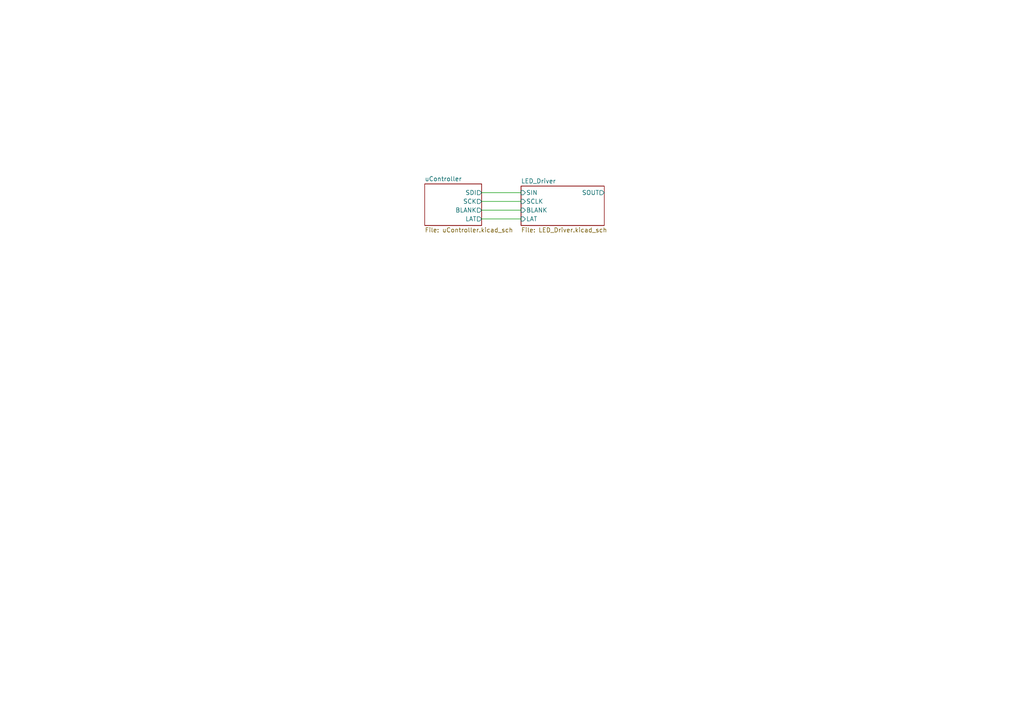
<source format=kicad_sch>
(kicad_sch
	(version 20250114)
	(generator "eeschema")
	(generator_version "9.0")
	(uuid "ad6d14ac-24f2-4f26-bdc8-fc39b0e0f2b9")
	(paper "A4")
	(lib_symbols)
	(wire
		(pts
			(xy 139.7 60.96) (xy 151.13 60.96)
		)
		(stroke
			(width 0)
			(type default)
		)
		(uuid "505be128-1b89-4210-b2cc-7e5f01461c6f")
	)
	(wire
		(pts
			(xy 139.7 58.42) (xy 151.13 58.42)
		)
		(stroke
			(width 0)
			(type default)
		)
		(uuid "83df342a-709a-4514-b045-7987da009bb4")
	)
	(wire
		(pts
			(xy 139.7 63.5) (xy 151.13 63.5)
		)
		(stroke
			(width 0)
			(type default)
		)
		(uuid "a5b80541-07b0-46db-a721-9f45251dd474")
	)
	(wire
		(pts
			(xy 139.7 55.88) (xy 151.13 55.88)
		)
		(stroke
			(width 0)
			(type default)
		)
		(uuid "c1113f48-30b9-44aa-acb5-f73ada0cb349")
	)
	(sheet
		(at 151.13 53.975)
		(size 24.13 11.43)
		(exclude_from_sim no)
		(in_bom yes)
		(on_board yes)
		(dnp no)
		(fields_autoplaced yes)
		(stroke
			(width 0.1524)
			(type solid)
		)
		(fill
			(color 0 0 0 0.0000)
		)
		(uuid "b2839d98-f2e4-4802-8627-953b0c80c73e")
		(property "Sheetname" "LED_Driver"
			(at 151.13 53.2634 0)
			(effects
				(font
					(size 1.27 1.27)
				)
				(justify left bottom)
			)
		)
		(property "Sheetfile" "LED_Driver.kicad_sch"
			(at 151.13 65.9896 0)
			(effects
				(font
					(size 1.27 1.27)
				)
				(justify left top)
			)
		)
		(pin "BLANK" input
			(at 151.13 60.96 180)
			(uuid "e7cc0856-01a8-4cc2-afbc-58ce6387e889")
			(effects
				(font
					(size 1.27 1.27)
				)
				(justify left)
			)
		)
		(pin "LAT" input
			(at 151.13 63.5 180)
			(uuid "7a6decce-aac1-4b1a-9855-ab068c82a8d0")
			(effects
				(font
					(size 1.27 1.27)
				)
				(justify left)
			)
		)
		(pin "SCLK" input
			(at 151.13 58.42 180)
			(uuid "d71c91cb-11e5-4a2c-b193-5635dd6e1abd")
			(effects
				(font
					(size 1.27 1.27)
				)
				(justify left)
			)
		)
		(pin "SIN" input
			(at 151.13 55.88 180)
			(uuid "de0921c3-bf24-4cac-9b12-46a561239db1")
			(effects
				(font
					(size 1.27 1.27)
				)
				(justify left)
			)
		)
		(pin "SOUT" output
			(at 175.26 55.88 0)
			(uuid "41e1f36a-4c13-4779-b4ec-536ba024643d")
			(effects
				(font
					(size 1.27 1.27)
				)
				(justify right)
			)
		)
		(instances
			(project "Integrated_ACG_separate_v2"
				(path "/ad6d14ac-24f2-4f26-bdc8-fc39b0e0f2b9"
					(page "2")
				)
			)
		)
	)
	(sheet
		(at 123.19 53.34)
		(size 16.51 12.065)
		(exclude_from_sim no)
		(in_bom yes)
		(on_board yes)
		(dnp no)
		(fields_autoplaced yes)
		(stroke
			(width 0.1524)
			(type solid)
		)
		(fill
			(color 0 0 0 0.0000)
		)
		(uuid "e2419ee8-c253-4702-afbb-d6a93ce8eba4")
		(property "Sheetname" "uController"
			(at 123.19 52.6284 0)
			(effects
				(font
					(size 1.27 1.27)
				)
				(justify left bottom)
			)
		)
		(property "Sheetfile" "uController.kicad_sch"
			(at 123.19 65.9896 0)
			(effects
				(font
					(size 1.27 1.27)
				)
				(justify left top)
			)
		)
		(pin "BLANK" output
			(at 139.7 60.96 0)
			(uuid "78c5f0e3-984f-493e-88f8-1423197f0a38")
			(effects
				(font
					(size 1.27 1.27)
				)
				(justify right)
			)
		)
		(pin "LAT" output
			(at 139.7 63.5 0)
			(uuid "e5d77e20-ec71-4d7e-b7b3-daeb10906765")
			(effects
				(font
					(size 1.27 1.27)
				)
				(justify right)
			)
		)
		(pin "SCK" output
			(at 139.7 58.42 0)
			(uuid "fd0251ff-0437-45c4-8282-ed69f34fdd06")
			(effects
				(font
					(size 1.27 1.27)
				)
				(justify right)
			)
		)
		(pin "SDI" output
			(at 139.7 55.88 0)
			(uuid "7546f276-fc8b-4ff9-9d48-57bf09eee88f")
			(effects
				(font
					(size 1.27 1.27)
				)
				(justify right)
			)
		)
		(instances
			(project "Integrated_ACG_separate_v2"
				(path "/ad6d14ac-24f2-4f26-bdc8-fc39b0e0f2b9"
					(page "3")
				)
			)
		)
	)
	(sheet_instances
		(path "/"
			(page "1")
		)
	)
	(embedded_fonts no)
)

</source>
